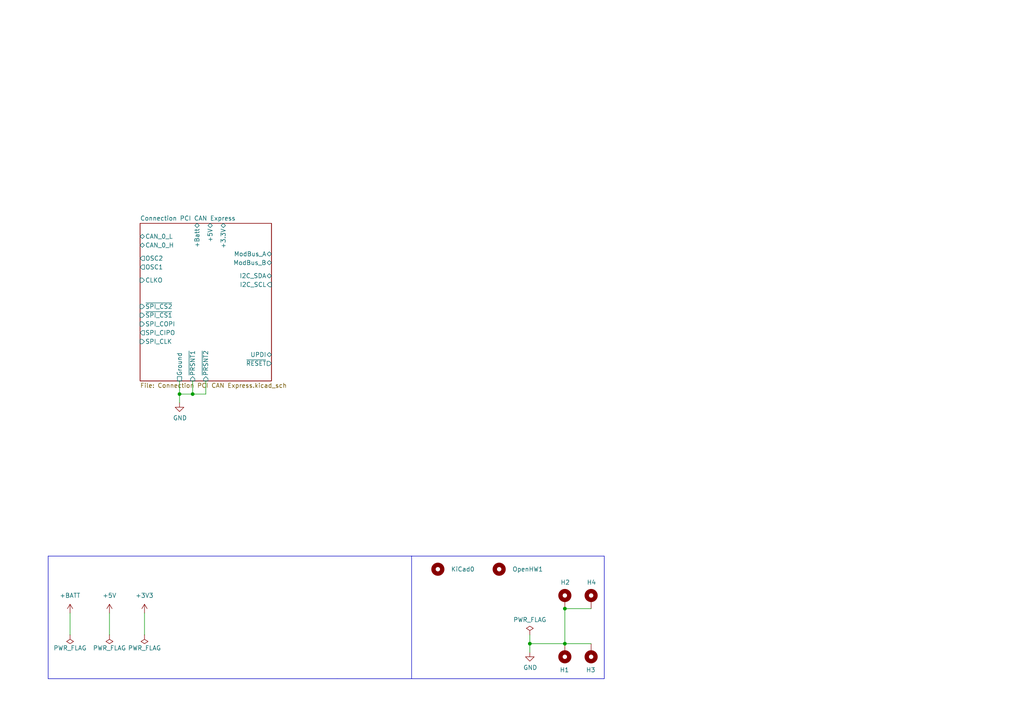
<source format=kicad_sch>
(kicad_sch (version 20230121) (generator eeschema)

  (uuid b26d10c1-0874-459a-80a4-e525262e670c)

  (paper "A4")

  (lib_symbols
    (symbol "Mechanical:MountingHole" (pin_names (offset 1.016)) (in_bom yes) (on_board yes)
      (property "Reference" "H" (at 0 5.08 0)
        (effects (font (size 1.27 1.27)))
      )
      (property "Value" "MountingHole" (at 0 3.175 0)
        (effects (font (size 1.27 1.27)))
      )
      (property "Footprint" "" (at 0 0 0)
        (effects (font (size 1.27 1.27)) hide)
      )
      (property "Datasheet" "~" (at 0 0 0)
        (effects (font (size 1.27 1.27)) hide)
      )
      (property "ki_keywords" "mounting hole" (at 0 0 0)
        (effects (font (size 1.27 1.27)) hide)
      )
      (property "ki_description" "Mounting Hole without connection" (at 0 0 0)
        (effects (font (size 1.27 1.27)) hide)
      )
      (property "ki_fp_filters" "MountingHole*" (at 0 0 0)
        (effects (font (size 1.27 1.27)) hide)
      )
      (symbol "MountingHole_0_1"
        (circle (center 0 0) (radius 1.27)
          (stroke (width 1.27) (type default))
          (fill (type none))
        )
      )
    )
    (symbol "Mechanical:MountingHole_Pad" (pin_numbers hide) (pin_names (offset 1.016) hide) (in_bom yes) (on_board yes)
      (property "Reference" "H" (at 0 6.35 0)
        (effects (font (size 1.27 1.27)))
      )
      (property "Value" "MountingHole_Pad" (at 0 4.445 0)
        (effects (font (size 1.27 1.27)))
      )
      (property "Footprint" "" (at 0 0 0)
        (effects (font (size 1.27 1.27)) hide)
      )
      (property "Datasheet" "~" (at 0 0 0)
        (effects (font (size 1.27 1.27)) hide)
      )
      (property "ki_keywords" "mounting hole" (at 0 0 0)
        (effects (font (size 1.27 1.27)) hide)
      )
      (property "ki_description" "Mounting Hole with connection" (at 0 0 0)
        (effects (font (size 1.27 1.27)) hide)
      )
      (property "ki_fp_filters" "MountingHole*Pad*" (at 0 0 0)
        (effects (font (size 1.27 1.27)) hide)
      )
      (symbol "MountingHole_Pad_0_1"
        (circle (center 0 1.27) (radius 1.27)
          (stroke (width 1.27) (type default))
          (fill (type none))
        )
      )
      (symbol "MountingHole_Pad_1_1"
        (pin input line (at 0 -2.54 90) (length 2.54)
          (name "1" (effects (font (size 1.27 1.27))))
          (number "1" (effects (font (size 1.27 1.27))))
        )
      )
    )
    (symbol "power:+3V3" (power) (pin_names (offset 0)) (in_bom yes) (on_board yes)
      (property "Reference" "#PWR" (at 0 -3.81 0)
        (effects (font (size 1.27 1.27)) hide)
      )
      (property "Value" "+3V3" (at 0 3.556 0)
        (effects (font (size 1.27 1.27)))
      )
      (property "Footprint" "" (at 0 0 0)
        (effects (font (size 1.27 1.27)) hide)
      )
      (property "Datasheet" "" (at 0 0 0)
        (effects (font (size 1.27 1.27)) hide)
      )
      (property "ki_keywords" "power-flag" (at 0 0 0)
        (effects (font (size 1.27 1.27)) hide)
      )
      (property "ki_description" "Power symbol creates a global label with name \"+3V3\"" (at 0 0 0)
        (effects (font (size 1.27 1.27)) hide)
      )
      (symbol "+3V3_0_1"
        (polyline
          (pts
            (xy -0.762 1.27)
            (xy 0 2.54)
          )
          (stroke (width 0) (type default))
          (fill (type none))
        )
        (polyline
          (pts
            (xy 0 0)
            (xy 0 2.54)
          )
          (stroke (width 0) (type default))
          (fill (type none))
        )
        (polyline
          (pts
            (xy 0 2.54)
            (xy 0.762 1.27)
          )
          (stroke (width 0) (type default))
          (fill (type none))
        )
      )
      (symbol "+3V3_1_1"
        (pin power_in line (at 0 0 90) (length 0) hide
          (name "+3V3" (effects (font (size 1.27 1.27))))
          (number "1" (effects (font (size 1.27 1.27))))
        )
      )
    )
    (symbol "power:+5V" (power) (pin_names (offset 0)) (in_bom yes) (on_board yes)
      (property "Reference" "#PWR" (at 0 -3.81 0)
        (effects (font (size 1.27 1.27)) hide)
      )
      (property "Value" "+5V" (at 0 3.556 0)
        (effects (font (size 1.27 1.27)))
      )
      (property "Footprint" "" (at 0 0 0)
        (effects (font (size 1.27 1.27)) hide)
      )
      (property "Datasheet" "" (at 0 0 0)
        (effects (font (size 1.27 1.27)) hide)
      )
      (property "ki_keywords" "power-flag" (at 0 0 0)
        (effects (font (size 1.27 1.27)) hide)
      )
      (property "ki_description" "Power symbol creates a global label with name \"+5V\"" (at 0 0 0)
        (effects (font (size 1.27 1.27)) hide)
      )
      (symbol "+5V_0_1"
        (polyline
          (pts
            (xy -0.762 1.27)
            (xy 0 2.54)
          )
          (stroke (width 0) (type default))
          (fill (type none))
        )
        (polyline
          (pts
            (xy 0 0)
            (xy 0 2.54)
          )
          (stroke (width 0) (type default))
          (fill (type none))
        )
        (polyline
          (pts
            (xy 0 2.54)
            (xy 0.762 1.27)
          )
          (stroke (width 0) (type default))
          (fill (type none))
        )
      )
      (symbol "+5V_1_1"
        (pin power_in line (at 0 0 90) (length 0) hide
          (name "+5V" (effects (font (size 1.27 1.27))))
          (number "1" (effects (font (size 1.27 1.27))))
        )
      )
    )
    (symbol "power:+BATT" (power) (pin_names (offset 0)) (in_bom yes) (on_board yes)
      (property "Reference" "#PWR" (at 0 -3.81 0)
        (effects (font (size 1.27 1.27)) hide)
      )
      (property "Value" "+BATT" (at 0 3.556 0)
        (effects (font (size 1.27 1.27)))
      )
      (property "Footprint" "" (at 0 0 0)
        (effects (font (size 1.27 1.27)) hide)
      )
      (property "Datasheet" "" (at 0 0 0)
        (effects (font (size 1.27 1.27)) hide)
      )
      (property "ki_keywords" "power-flag battery" (at 0 0 0)
        (effects (font (size 1.27 1.27)) hide)
      )
      (property "ki_description" "Power symbol creates a global label with name \"+BATT\"" (at 0 0 0)
        (effects (font (size 1.27 1.27)) hide)
      )
      (symbol "+BATT_0_1"
        (polyline
          (pts
            (xy -0.762 1.27)
            (xy 0 2.54)
          )
          (stroke (width 0) (type default))
          (fill (type none))
        )
        (polyline
          (pts
            (xy 0 0)
            (xy 0 2.54)
          )
          (stroke (width 0) (type default))
          (fill (type none))
        )
        (polyline
          (pts
            (xy 0 2.54)
            (xy 0.762 1.27)
          )
          (stroke (width 0) (type default))
          (fill (type none))
        )
      )
      (symbol "+BATT_1_1"
        (pin power_in line (at 0 0 90) (length 0) hide
          (name "+BATT" (effects (font (size 1.27 1.27))))
          (number "1" (effects (font (size 1.27 1.27))))
        )
      )
    )
    (symbol "power:GND" (power) (pin_names (offset 0)) (in_bom yes) (on_board yes)
      (property "Reference" "#PWR" (at 0 -6.35 0)
        (effects (font (size 1.27 1.27)) hide)
      )
      (property "Value" "GND" (at 0 -3.81 0)
        (effects (font (size 1.27 1.27)))
      )
      (property "Footprint" "" (at 0 0 0)
        (effects (font (size 1.27 1.27)) hide)
      )
      (property "Datasheet" "" (at 0 0 0)
        (effects (font (size 1.27 1.27)) hide)
      )
      (property "ki_keywords" "power-flag" (at 0 0 0)
        (effects (font (size 1.27 1.27)) hide)
      )
      (property "ki_description" "Power symbol creates a global label with name \"GND\" , ground" (at 0 0 0)
        (effects (font (size 1.27 1.27)) hide)
      )
      (symbol "GND_0_1"
        (polyline
          (pts
            (xy 0 0)
            (xy 0 -1.27)
            (xy 1.27 -1.27)
            (xy 0 -2.54)
            (xy -1.27 -1.27)
            (xy 0 -1.27)
          )
          (stroke (width 0) (type default))
          (fill (type none))
        )
      )
      (symbol "GND_1_1"
        (pin power_in line (at 0 0 270) (length 0) hide
          (name "GND" (effects (font (size 1.27 1.27))))
          (number "1" (effects (font (size 1.27 1.27))))
        )
      )
    )
    (symbol "power:PWR_FLAG" (power) (pin_numbers hide) (pin_names (offset 0) hide) (in_bom yes) (on_board yes)
      (property "Reference" "#FLG" (at 0 1.905 0)
        (effects (font (size 1.27 1.27)) hide)
      )
      (property "Value" "PWR_FLAG" (at 0 3.81 0)
        (effects (font (size 1.27 1.27)))
      )
      (property "Footprint" "" (at 0 0 0)
        (effects (font (size 1.27 1.27)) hide)
      )
      (property "Datasheet" "~" (at 0 0 0)
        (effects (font (size 1.27 1.27)) hide)
      )
      (property "ki_keywords" "power-flag" (at 0 0 0)
        (effects (font (size 1.27 1.27)) hide)
      )
      (property "ki_description" "Special symbol for telling ERC where power comes from" (at 0 0 0)
        (effects (font (size 1.27 1.27)) hide)
      )
      (symbol "PWR_FLAG_0_0"
        (pin power_out line (at 0 0 90) (length 0)
          (name "pwr" (effects (font (size 1.27 1.27))))
          (number "1" (effects (font (size 1.27 1.27))))
        )
      )
      (symbol "PWR_FLAG_0_1"
        (polyline
          (pts
            (xy 0 0)
            (xy 0 1.27)
            (xy -1.016 1.905)
            (xy 0 2.54)
            (xy 1.016 1.905)
            (xy 0 1.27)
          )
          (stroke (width 0) (type default))
          (fill (type none))
        )
      )
    )
  )

  (junction (at 163.83 186.69) (diameter 0) (color 0 0 0 0)
    (uuid 2135ce01-b8dd-44e8-bebc-879f2270b621)
  )
  (junction (at 52.07 114.3) (diameter 0) (color 0 0 0 0)
    (uuid 3a588a4f-e0ec-4788-a3a2-8381acbc8285)
  )
  (junction (at 55.88 114.3) (diameter 0) (color 0 0 0 0)
    (uuid ab007a77-a19c-4b0c-971b-f6e7d46175a0)
  )
  (junction (at 153.67 186.69) (diameter 0) (color 0 0 0 0)
    (uuid c34e67f3-e92f-48d8-b5b9-1f61bfbff029)
  )
  (junction (at 163.83 176.53) (diameter 0) (color 0 0 0 0)
    (uuid d52383f9-a675-4aca-9f79-eba21f0b1c6b)
  )

  (wire (pts (xy 153.67 186.69) (xy 163.83 186.69))
    (stroke (width 0) (type default))
    (uuid 06369cd4-69f0-4a79-9ab6-335d33abf233)
  )
  (polyline (pts (xy 119.38 161.29) (xy 175.26 161.29))
    (stroke (width 0) (type default))
    (uuid 1ad766ee-0758-41f2-80d2-eb65f60f4933)
  )

  (wire (pts (xy 20.32 177.8) (xy 20.32 184.15))
    (stroke (width 0) (type default))
    (uuid 405c42ce-020f-4a50-8e6e-859e5061fc87)
  )
  (polyline (pts (xy 13.97 161.29) (xy 13.97 196.85))
    (stroke (width 0) (type default))
    (uuid 493c0dd5-382e-4fd0-a910-5496d595dc5f)
  )
  (polyline (pts (xy 119.38 161.29) (xy 119.38 196.85))
    (stroke (width 0) (type default))
    (uuid 49445e0e-6f79-44ec-b534-f76c219cf38b)
  )

  (wire (pts (xy 153.67 184.15) (xy 153.67 186.69))
    (stroke (width 0) (type default))
    (uuid 4d2b81b1-dc1b-41d9-8d3d-ab0a6b9b1639)
  )
  (polyline (pts (xy 119.38 196.85) (xy 175.26 196.85))
    (stroke (width 0) (type default))
    (uuid 5b412533-3628-4bab-95bf-8bc352e3ae39)
  )

  (wire (pts (xy 55.88 110.49) (xy 55.88 114.3))
    (stroke (width 0) (type default))
    (uuid 5fa4d366-b74e-471e-8639-b6ae7ef32c19)
  )
  (polyline (pts (xy 13.97 161.29) (xy 119.38 161.29))
    (stroke (width 0) (type default))
    (uuid 819c2eae-28e6-440e-a576-c37701cc911b)
  )

  (wire (pts (xy 59.69 110.49) (xy 59.69 114.3))
    (stroke (width 0) (type default))
    (uuid 85a4055a-0cf8-4470-af3f-75f0bb289c6d)
  )
  (wire (pts (xy 52.07 110.49) (xy 52.07 114.3))
    (stroke (width 0) (type default))
    (uuid 9c91cb4b-f116-4251-8c67-f0fdb74e448f)
  )
  (wire (pts (xy 171.45 176.53) (xy 163.83 176.53))
    (stroke (width 0) (type default))
    (uuid a636b58f-8c42-47c8-bde9-8dbb8fd3e1c0)
  )
  (wire (pts (xy 52.07 114.3) (xy 55.88 114.3))
    (stroke (width 0) (type default))
    (uuid a94f5978-9d43-456c-875c-9ef76f8391ff)
  )
  (wire (pts (xy 153.67 186.69) (xy 153.67 189.23))
    (stroke (width 0) (type default))
    (uuid ac7b2a0e-1431-42bf-9f61-c34c020313ac)
  )
  (polyline (pts (xy 97.79 196.85) (xy 13.97 196.85))
    (stroke (width 0) (type default))
    (uuid af290d59-0024-4480-a782-7089aefdf796)
  )

  (wire (pts (xy 31.75 177.8) (xy 31.75 184.15))
    (stroke (width 0) (type default))
    (uuid b920e04f-9dd4-44c9-82c8-33f816993c8c)
  )
  (wire (pts (xy 52.07 114.3) (xy 52.07 116.84))
    (stroke (width 0) (type default))
    (uuid c19ab12c-41cc-4559-aa3c-73b5b22d551c)
  )
  (wire (pts (xy 55.88 114.3) (xy 59.69 114.3))
    (stroke (width 0) (type default))
    (uuid c9165932-f3eb-4d66-accc-a4b7a361846f)
  )
  (wire (pts (xy 171.45 186.69) (xy 163.83 186.69))
    (stroke (width 0) (type default))
    (uuid d942ce4d-d2fd-4789-a3e9-ff80c77f1f87)
  )
  (polyline (pts (xy 175.26 196.85) (xy 175.26 161.29))
    (stroke (width 0) (type default))
    (uuid dca371e7-bf20-4303-801b-94b53fd424bc)
  )

  (wire (pts (xy 163.83 176.53) (xy 163.83 186.69))
    (stroke (width 0) (type default))
    (uuid f63d924b-4787-4e0b-8ab2-9070730b2bb8)
  )
  (polyline (pts (xy 97.79 196.85) (xy 119.38 196.85))
    (stroke (width 0) (type default))
    (uuid f75a1202-bb97-4556-9b42-a8d5f299dcde)
  )

  (wire (pts (xy 41.91 177.8) (xy 41.91 184.15))
    (stroke (width 0) (type default))
    (uuid fa9a54b8-5d26-412c-8b09-9ff90cc1da3c)
  )

  (symbol (lib_id "power:GND") (at 153.67 189.23 0) (unit 1)
    (in_bom yes) (on_board yes) (dnp no)
    (uuid 11081459-cd41-48e1-8c63-efd6f2d2a734)
    (property "Reference" "#PWR0109" (at 153.67 195.58 0)
      (effects (font (size 1.27 1.27)) hide)
    )
    (property "Value" "GND" (at 153.797 193.6242 0)
      (effects (font (size 1.27 1.27)))
    )
    (property "Footprint" "" (at 153.67 189.23 0)
      (effects (font (size 1.27 1.27)) hide)
    )
    (property "Datasheet" "" (at 153.67 189.23 0)
      (effects (font (size 1.27 1.27)) hide)
    )
    (pin "1" (uuid ac56a834-b6ac-4425-8830-9a2bf9738b23))
    (instances
      (project "PC104_PCI_CAN_Express"
        (path "/b26d10c1-0874-459a-80a4-e525262e670c"
          (reference "#PWR0109") (unit 1)
        )
      )
    )
  )

  (symbol (lib_id "Mechanical:MountingHole_Pad") (at 163.83 189.23 180) (unit 1)
    (in_bom yes) (on_board yes) (dnp no)
    (uuid 142a8888-a686-4219-bf11-d33551d163bf)
    (property "Reference" "H1" (at 165.1 194.31 0)
      (effects (font (size 1.27 1.27)) (justify left))
    )
    (property "Value" "MountingHole_Pad" (at 177.8 195.58 0)
      (effects (font (size 1.27 1.27)) (justify left) hide)
    )
    (property "Footprint" "MountingHole:MountingHole_3.2mm_M3_Pad_Via" (at 163.83 189.23 0)
      (effects (font (size 1.27 1.27)) hide)
    )
    (property "Datasheet" "~" (at 163.83 189.23 0)
      (effects (font (size 1.27 1.27)) hide)
    )
    (pin "1" (uuid 19ac61ba-f4b2-4a8a-b835-39912fea03f1))
    (instances
      (project "PC104_PCI_CAN_Express"
        (path "/b26d10c1-0874-459a-80a4-e525262e670c"
          (reference "H1") (unit 1)
        )
      )
    )
  )

  (symbol (lib_id "power:PWR_FLAG") (at 153.67 184.15 0) (unit 1)
    (in_bom yes) (on_board yes) (dnp no)
    (uuid 1f7d3344-9f11-4918-8eab-6cd22f4df52b)
    (property "Reference" "#FLG0101" (at 153.67 182.245 0)
      (effects (font (size 1.27 1.27)) hide)
    )
    (property "Value" "PWR_FLAG" (at 153.67 179.7558 0)
      (effects (font (size 1.27 1.27)))
    )
    (property "Footprint" "" (at 153.67 184.15 0)
      (effects (font (size 1.27 1.27)) hide)
    )
    (property "Datasheet" "~" (at 153.67 184.15 0)
      (effects (font (size 1.27 1.27)) hide)
    )
    (pin "1" (uuid 0a74809d-d151-4f05-8117-a97d88763ab2))
    (instances
      (project "PC104_PCI_CAN_Express"
        (path "/b26d10c1-0874-459a-80a4-e525262e670c"
          (reference "#FLG0101") (unit 1)
        )
      )
    )
  )

  (symbol (lib_id "power:+3V3") (at 41.91 177.8 0) (unit 1)
    (in_bom yes) (on_board yes) (dnp no) (fields_autoplaced)
    (uuid 1fe67c08-cfb1-4fd2-b4d5-3a991cc74c2a)
    (property "Reference" "#PWR0117" (at 41.91 181.61 0)
      (effects (font (size 1.27 1.27)) hide)
    )
    (property "Value" "+3V3" (at 41.91 172.72 0)
      (effects (font (size 1.27 1.27)))
    )
    (property "Footprint" "" (at 41.91 177.8 0)
      (effects (font (size 1.27 1.27)) hide)
    )
    (property "Datasheet" "" (at 41.91 177.8 0)
      (effects (font (size 1.27 1.27)) hide)
    )
    (pin "1" (uuid 7cc3620e-c4a1-4dfd-b98d-af15bbd5ab80))
    (instances
      (project "PC104_PCI_CAN_Express"
        (path "/b26d10c1-0874-459a-80a4-e525262e670c"
          (reference "#PWR0117") (unit 1)
        )
      )
    )
  )

  (symbol (lib_id "Mechanical:MountingHole") (at 127 165.1 0) (unit 1)
    (in_bom yes) (on_board yes) (dnp no)
    (uuid 3478445b-9a2b-4f9a-8b3e-fbf23cf990f1)
    (property "Reference" "KiCad0" (at 130.81 165.1 0)
      (effects (font (size 1.27 1.27)) (justify left))
    )
    (property "Value" "MountingHole" (at 129.54 166.3699 0)
      (effects (font (size 1.27 1.27)) (justify left) hide)
    )
    (property "Footprint" "Symbol:KiCad-Logo2_5mm_SilkScreen" (at 127 165.1 0)
      (effects (font (size 1.27 1.27)) hide)
    )
    (property "Datasheet" "~" (at 127 165.1 0)
      (effects (font (size 1.27 1.27)) hide)
    )
    (instances
      (project "PC104_PCI_CAN_Express"
        (path "/b26d10c1-0874-459a-80a4-e525262e670c"
          (reference "KiCad0") (unit 1)
        )
      )
    )
  )

  (symbol (lib_id "power:+BATT") (at 20.32 177.8 0) (unit 1)
    (in_bom yes) (on_board yes) (dnp no) (fields_autoplaced)
    (uuid 463597cf-87fd-436e-b41a-9f03f63cd147)
    (property "Reference" "#PWR0110" (at 20.32 181.61 0)
      (effects (font (size 1.27 1.27)) hide)
    )
    (property "Value" "+BATT" (at 20.32 172.72 0)
      (effects (font (size 1.27 1.27)))
    )
    (property "Footprint" "" (at 20.32 177.8 0)
      (effects (font (size 1.27 1.27)) hide)
    )
    (property "Datasheet" "" (at 20.32 177.8 0)
      (effects (font (size 1.27 1.27)) hide)
    )
    (pin "1" (uuid fe27dbd4-2043-482b-aad5-99a76a9ae29f))
    (instances
      (project "PC104_PCI_CAN_Express"
        (path "/b26d10c1-0874-459a-80a4-e525262e670c"
          (reference "#PWR0110") (unit 1)
        )
      )
    )
  )

  (symbol (lib_id "power:PWR_FLAG") (at 41.91 184.15 180) (unit 1)
    (in_bom yes) (on_board yes) (dnp no)
    (uuid 4ebad3f4-9e56-49b5-afeb-de073d590f3d)
    (property "Reference" "#FLG0104" (at 41.91 186.055 0)
      (effects (font (size 1.27 1.27)) hide)
    )
    (property "Value" "PWR_FLAG" (at 41.91 187.96 0)
      (effects (font (size 1.27 1.27)))
    )
    (property "Footprint" "" (at 41.91 184.15 0)
      (effects (font (size 1.27 1.27)) hide)
    )
    (property "Datasheet" "~" (at 41.91 184.15 0)
      (effects (font (size 1.27 1.27)) hide)
    )
    (pin "1" (uuid ab206bb6-bbdf-4a0e-b930-a8c7e7cb0197))
    (instances
      (project "PC104_PCI_CAN_Express"
        (path "/b26d10c1-0874-459a-80a4-e525262e670c"
          (reference "#FLG0104") (unit 1)
        )
      )
    )
  )

  (symbol (lib_id "power:PWR_FLAG") (at 20.32 184.15 180) (unit 1)
    (in_bom yes) (on_board yes) (dnp no)
    (uuid 521b98fa-6dee-4b7b-ab1a-06dd9d46f0c4)
    (property "Reference" "#FLG0102" (at 20.32 186.055 0)
      (effects (font (size 1.27 1.27)) hide)
    )
    (property "Value" "PWR_FLAG" (at 20.32 187.96 0)
      (effects (font (size 1.27 1.27)))
    )
    (property "Footprint" "" (at 20.32 184.15 0)
      (effects (font (size 1.27 1.27)) hide)
    )
    (property "Datasheet" "~" (at 20.32 184.15 0)
      (effects (font (size 1.27 1.27)) hide)
    )
    (pin "1" (uuid 99641195-14b8-4867-9367-0847bf6ed8f7))
    (instances
      (project "PC104_PCI_CAN_Express"
        (path "/b26d10c1-0874-459a-80a4-e525262e670c"
          (reference "#FLG0102") (unit 1)
        )
      )
    )
  )

  (symbol (lib_id "power:PWR_FLAG") (at 31.75 184.15 180) (unit 1)
    (in_bom yes) (on_board yes) (dnp no)
    (uuid 5a4f3624-b4ef-4d33-bd1e-2d7f58c95503)
    (property "Reference" "#FLG0103" (at 31.75 186.055 0)
      (effects (font (size 1.27 1.27)) hide)
    )
    (property "Value" "PWR_FLAG" (at 31.75 187.96 0)
      (effects (font (size 1.27 1.27)))
    )
    (property "Footprint" "" (at 31.75 184.15 0)
      (effects (font (size 1.27 1.27)) hide)
    )
    (property "Datasheet" "~" (at 31.75 184.15 0)
      (effects (font (size 1.27 1.27)) hide)
    )
    (pin "1" (uuid 0a1c73af-9730-435c-b061-70baa6cb9d53))
    (instances
      (project "PC104_PCI_CAN_Express"
        (path "/b26d10c1-0874-459a-80a4-e525262e670c"
          (reference "#FLG0103") (unit 1)
        )
      )
    )
  )

  (symbol (lib_id "Mechanical:MountingHole_Pad") (at 171.45 189.23 180) (unit 1)
    (in_bom yes) (on_board yes) (dnp no)
    (uuid 87e5c540-bd63-4243-a6fb-beed1e7755d1)
    (property "Reference" "H3" (at 172.72 194.31 0)
      (effects (font (size 1.27 1.27)) (justify left))
    )
    (property "Value" "MountingHole_Pad" (at 176.53 195.58 0)
      (effects (font (size 1.27 1.27)) (justify left) hide)
    )
    (property "Footprint" "MountingHole:MountingHole_3.2mm_M3_Pad_Via" (at 171.45 189.23 0)
      (effects (font (size 1.27 1.27)) hide)
    )
    (property "Datasheet" "~" (at 171.45 189.23 0)
      (effects (font (size 1.27 1.27)) hide)
    )
    (pin "1" (uuid f7ed3c04-4c61-485e-b910-e916a5492303))
    (instances
      (project "PC104_PCI_CAN_Express"
        (path "/b26d10c1-0874-459a-80a4-e525262e670c"
          (reference "H3") (unit 1)
        )
      )
    )
  )

  (symbol (lib_id "power:+5V") (at 31.75 177.8 0) (unit 1)
    (in_bom yes) (on_board yes) (dnp no)
    (uuid 8cca5a79-10c5-4e6d-bd9b-886ce157ace2)
    (property "Reference" "#PWR0111" (at 31.75 181.61 0)
      (effects (font (size 1.27 1.27)) hide)
    )
    (property "Value" "+5V" (at 31.75 172.72 0)
      (effects (font (size 1.27 1.27)))
    )
    (property "Footprint" "" (at 31.75 177.8 0)
      (effects (font (size 1.27 1.27)) hide)
    )
    (property "Datasheet" "" (at 31.75 177.8 0)
      (effects (font (size 1.27 1.27)) hide)
    )
    (pin "1" (uuid bce19528-3b3a-4ef5-b6f4-b7ff35213612))
    (instances
      (project "PC104_PCI_CAN_Express"
        (path "/b26d10c1-0874-459a-80a4-e525262e670c"
          (reference "#PWR0111") (unit 1)
        )
      )
    )
  )

  (symbol (lib_id "power:GND") (at 52.07 116.84 0) (unit 1)
    (in_bom yes) (on_board yes) (dnp no)
    (uuid da158b39-6088-460a-9294-bf250057b186)
    (property "Reference" "#PWR01" (at 52.07 123.19 0)
      (effects (font (size 1.27 1.27)) hide)
    )
    (property "Value" "GND" (at 52.197 121.2342 0)
      (effects (font (size 1.27 1.27)))
    )
    (property "Footprint" "" (at 52.07 116.84 0)
      (effects (font (size 1.27 1.27)) hide)
    )
    (property "Datasheet" "" (at 52.07 116.84 0)
      (effects (font (size 1.27 1.27)) hide)
    )
    (pin "1" (uuid 240faa64-0b19-4b45-9907-85cd38ae31f5))
    (instances
      (project "PC104_PCI_CAN_Express"
        (path "/b26d10c1-0874-459a-80a4-e525262e670c"
          (reference "#PWR01") (unit 1)
        )
      )
    )
  )

  (symbol (lib_id "Mechanical:MountingHole") (at 144.78 165.1 0) (unit 1)
    (in_bom yes) (on_board yes) (dnp no)
    (uuid e14833a0-4668-42e8-b3f5-f0c7a59225b9)
    (property "Reference" "OpenHW1" (at 148.59 165.1 0)
      (effects (font (size 1.27 1.27)) (justify left))
    )
    (property "Value" "MountingHole" (at 147.32 166.3699 0)
      (effects (font (size 1.27 1.27)) (justify left) hide)
    )
    (property "Footprint" "Symbol:OSHW-Logo2_7.3x6mm_SilkScreen" (at 144.78 165.1 0)
      (effects (font (size 1.27 1.27)) hide)
    )
    (property "Datasheet" "~" (at 144.78 165.1 0)
      (effects (font (size 1.27 1.27)) hide)
    )
    (instances
      (project "PC104_PCI_CAN_Express"
        (path "/b26d10c1-0874-459a-80a4-e525262e670c"
          (reference "OpenHW1") (unit 1)
        )
      )
    )
  )

  (symbol (lib_id "Mechanical:MountingHole_Pad") (at 171.45 173.99 0) (unit 1)
    (in_bom yes) (on_board yes) (dnp no)
    (uuid e51ca0b1-f17f-40fc-a030-623c737fa996)
    (property "Reference" "H4" (at 170.18 168.91 0)
      (effects (font (size 1.27 1.27)) (justify left))
    )
    (property "Value" "MountingHole_Pad" (at 166.37 167.64 0)
      (effects (font (size 1.27 1.27)) (justify left) hide)
    )
    (property "Footprint" "MountingHole:MountingHole_3.2mm_M3_Pad_Via" (at 171.45 173.99 0)
      (effects (font (size 1.27 1.27)) hide)
    )
    (property "Datasheet" "~" (at 171.45 173.99 0)
      (effects (font (size 1.27 1.27)) hide)
    )
    (pin "1" (uuid e0386f8f-be44-4d51-a1c7-d8644baa501d))
    (instances
      (project "PC104_PCI_CAN_Express"
        (path "/b26d10c1-0874-459a-80a4-e525262e670c"
          (reference "H4") (unit 1)
        )
      )
    )
  )

  (symbol (lib_id "Mechanical:MountingHole_Pad") (at 163.83 173.99 0) (unit 1)
    (in_bom yes) (on_board yes) (dnp no)
    (uuid ec50caf3-3964-42b0-8d52-f2901864527a)
    (property "Reference" "H2" (at 162.56 168.91 0)
      (effects (font (size 1.27 1.27)) (justify left))
    )
    (property "Value" "MountingHole_Pad" (at 158.75 167.64 0)
      (effects (font (size 1.27 1.27)) (justify left) hide)
    )
    (property "Footprint" "MountingHole:MountingHole_3.2mm_M3_Pad_Via" (at 163.83 173.99 0)
      (effects (font (size 1.27 1.27)) hide)
    )
    (property "Datasheet" "~" (at 163.83 173.99 0)
      (effects (font (size 1.27 1.27)) hide)
    )
    (pin "1" (uuid bea7ad92-807b-48cf-9e86-716609b51d88))
    (instances
      (project "PC104_PCI_CAN_Express"
        (path "/b26d10c1-0874-459a-80a4-e525262e670c"
          (reference "H2") (unit 1)
        )
      )
    )
  )

  (sheet (at 40.64 64.77) (size 38.1 45.72) (fields_autoplaced)
    (stroke (width 0.1524) (type solid))
    (fill (color 0 0 0 0.0000))
    (uuid 49081260-d3db-4891-bc97-e468d504baf8)
    (property "Sheetname" "Connection PCI CAN Express" (at 40.64 64.0584 0)
      (effects (font (size 1.27 1.27)) (justify left bottom))
    )
    (property "Sheetfile" "Connection PCI CAN Express.kicad_sch" (at 40.64 111.0746 0)
      (effects (font (size 1.27 1.27)) (justify left top))
    )
    (pin "UPDI" bidirectional (at 78.74 102.87 0)
      (effects (font (size 1.27 1.27)) (justify right))
      (uuid 4741c5ed-165b-43fc-a450-cd38cd5c25b0)
    )
    (pin "+3.3V" bidirectional (at 64.77 64.77 90)
      (effects (font (size 1.27 1.27)) (justify right))
      (uuid 3529d251-f04a-4bc0-8bf5-695943d13c42)
    )
    (pin "Ground" passive (at 52.07 110.49 270)
      (effects (font (size 1.27 1.27)) (justify left))
      (uuid 252d3a52-be38-4008-bf8c-d5979e76cf94)
    )
    (pin "~{SPI_CS2}" input (at 40.64 88.9 180)
      (effects (font (size 1.27 1.27)) (justify left))
      (uuid b972749e-61f2-4fa7-86c0-db242f51264d)
    )
    (pin "+Batt" bidirectional (at 57.15 64.77 90)
      (effects (font (size 1.27 1.27)) (justify right))
      (uuid 4449ccbd-ed95-463c-8117-a8cead943201)
    )
    (pin "+5V" bidirectional (at 60.96 64.77 90)
      (effects (font (size 1.27 1.27)) (justify right))
      (uuid bb0657ef-c48d-4800-8dc0-d5d577ee0c4e)
    )
    (pin "I2C_SDA" bidirectional (at 78.74 80.01 0)
      (effects (font (size 1.27 1.27)) (justify right))
      (uuid 939609e2-fe94-4619-96c0-43dc03d176e2)
    )
    (pin "I2C_SCL" input (at 78.74 82.55 0)
      (effects (font (size 1.27 1.27)) (justify right))
      (uuid d420780b-23db-4aac-bcd7-0d9d168bdaf3)
    )
    (pin "~{PRSNT2}" input (at 59.69 110.49 270)
      (effects (font (size 1.27 1.27)) (justify left))
      (uuid 363bafc1-97a6-4acb-a14a-8ad2c075b0fe)
    )
    (pin "CLKO" input (at 40.64 81.28 180)
      (effects (font (size 1.27 1.27)) (justify left))
      (uuid 69ec8022-2032-4fdc-bbc7-084fc7fa07fd)
    )
    (pin "ModBus_A" bidirectional (at 78.74 73.66 0)
      (effects (font (size 1.27 1.27)) (justify right))
      (uuid 86054b8b-7bb5-4180-8dd0-36a7577846d1)
    )
    (pin "ModBus_B" bidirectional (at 78.74 76.2 0)
      (effects (font (size 1.27 1.27)) (justify right))
      (uuid 588147a7-afac-4f8d-8147-2dc901ee24d9)
    )
    (pin "~{PRSNT1}" input (at 55.88 110.49 270)
      (effects (font (size 1.27 1.27)) (justify left))
      (uuid ea169e00-2017-4d98-95a6-a41df8995121)
    )
    (pin "~{SPI_CS1}" input (at 40.64 91.44 180)
      (effects (font (size 1.27 1.27)) (justify left))
      (uuid ddd885fd-e941-4cec-88b1-c5c6e0fcdb13)
    )
    (pin "SPI_COPI" input (at 40.64 93.98 180)
      (effects (font (size 1.27 1.27)) (justify left))
      (uuid 67ec1f31-e6d9-4231-8d63-f9ecd0519d4f)
    )
    (pin "SPI_CIPO" output (at 40.64 96.52 180)
      (effects (font (size 1.27 1.27)) (justify left))
      (uuid 061ee63b-1cdf-405c-aed4-f1a72804ea70)
    )
    (pin "SPI_CLK" input (at 40.64 99.06 180)
      (effects (font (size 1.27 1.27)) (justify left))
      (uuid a907b4a5-e596-45ff-b8bd-8974e1757494)
    )
    (pin "~{RESET}" output (at 78.74 105.41 0)
      (effects (font (size 1.27 1.27)) (justify right))
      (uuid 579fb2e1-1983-4dbe-9f5d-890624c3c974)
    )
    (pin "OSC1" output (at 40.64 77.47 180)
      (effects (font (size 1.27 1.27)) (justify left))
      (uuid 490481e9-d203-48f9-bde0-3e60e51a9f84)
    )
    (pin "OSC2" output (at 40.64 74.93 180)
      (effects (font (size 1.27 1.27)) (justify left))
      (uuid 23c9199c-c450-4a6c-b424-80a3f7477bce)
    )
    (pin "CAN_0_H" bidirectional (at 40.64 71.12 180)
      (effects (font (size 1.27 1.27)) (justify left))
      (uuid 6dbeab41-76ac-432a-8451-84584f1a4024)
    )
    (pin "CAN_0_L" bidirectional (at 40.64 68.58 180)
      (effects (font (size 1.27 1.27)) (justify left))
      (uuid 2d347e15-7ca0-4507-9ff2-1a41222d3ca3)
    )
    (instances
      (project "ATTiny1616DevBoard"
        (path "/92d35ba6-f947-4e80-8ed2-a00ad88d5264" (page "2"))
      )
      (project "PC104_PCI_CAN_Express"
        (path "/b26d10c1-0874-459a-80a4-e525262e670c" (page "2"))
      )
    )
  )

  (sheet_instances
    (path "/" (page "1"))
  )
)

</source>
